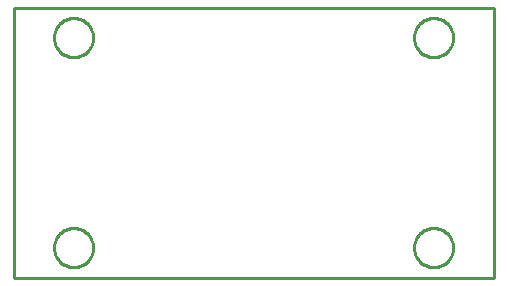
<source format=gbr>
G04 EAGLE Gerber RS-274X export*
G75*
%MOMM*%
%FSLAX34Y34*%
%LPD*%
%IN*%
%IPPOS*%
%AMOC8*
5,1,8,0,0,1.08239X$1,22.5*%
G01*
%ADD10C,0.254000*%


D10*
X0Y0D02*
X406400Y0D01*
X406400Y228600D01*
X0Y228600D01*
X0Y0D01*
X67310Y24860D02*
X67239Y23781D01*
X67098Y22709D01*
X66887Y21649D01*
X66608Y20605D01*
X66260Y19581D01*
X65846Y18583D01*
X65368Y17613D01*
X64828Y16677D01*
X64227Y15778D01*
X63569Y14921D01*
X62857Y14108D01*
X62092Y13344D01*
X61279Y12631D01*
X60422Y11973D01*
X59523Y11372D01*
X58587Y10832D01*
X57617Y10354D01*
X56619Y9940D01*
X55595Y9592D01*
X54551Y9313D01*
X53491Y9102D01*
X52419Y8961D01*
X51340Y8890D01*
X50260Y8890D01*
X49181Y8961D01*
X48109Y9102D01*
X47049Y9313D01*
X46005Y9592D01*
X44981Y9940D01*
X43983Y10354D01*
X43013Y10832D01*
X42077Y11372D01*
X41178Y11973D01*
X40321Y12631D01*
X39508Y13344D01*
X38744Y14108D01*
X38031Y14921D01*
X37373Y15778D01*
X36772Y16677D01*
X36232Y17613D01*
X35754Y18583D01*
X35340Y19581D01*
X34992Y20605D01*
X34713Y21649D01*
X34502Y22709D01*
X34361Y23781D01*
X34290Y24860D01*
X34290Y25940D01*
X34361Y27019D01*
X34502Y28091D01*
X34713Y29151D01*
X34992Y30195D01*
X35340Y31219D01*
X35754Y32217D01*
X36232Y33187D01*
X36772Y34123D01*
X37373Y35022D01*
X38031Y35879D01*
X38744Y36692D01*
X39508Y37457D01*
X40321Y38169D01*
X41178Y38827D01*
X42077Y39428D01*
X43013Y39968D01*
X43983Y40446D01*
X44981Y40860D01*
X46005Y41208D01*
X47049Y41487D01*
X48109Y41698D01*
X49181Y41839D01*
X50260Y41910D01*
X51340Y41910D01*
X52419Y41839D01*
X53491Y41698D01*
X54551Y41487D01*
X55595Y41208D01*
X56619Y40860D01*
X57617Y40446D01*
X58587Y39968D01*
X59523Y39428D01*
X60422Y38827D01*
X61279Y38169D01*
X62092Y37457D01*
X62857Y36692D01*
X63569Y35879D01*
X64227Y35022D01*
X64828Y34123D01*
X65368Y33187D01*
X65846Y32217D01*
X66260Y31219D01*
X66608Y30195D01*
X66887Y29151D01*
X67098Y28091D01*
X67239Y27019D01*
X67310Y25940D01*
X67310Y24860D01*
X67310Y202660D02*
X67239Y201581D01*
X67098Y200509D01*
X66887Y199449D01*
X66608Y198405D01*
X66260Y197381D01*
X65846Y196383D01*
X65368Y195413D01*
X64828Y194477D01*
X64227Y193578D01*
X63569Y192721D01*
X62857Y191908D01*
X62092Y191144D01*
X61279Y190431D01*
X60422Y189773D01*
X59523Y189172D01*
X58587Y188632D01*
X57617Y188154D01*
X56619Y187740D01*
X55595Y187392D01*
X54551Y187113D01*
X53491Y186902D01*
X52419Y186761D01*
X51340Y186690D01*
X50260Y186690D01*
X49181Y186761D01*
X48109Y186902D01*
X47049Y187113D01*
X46005Y187392D01*
X44981Y187740D01*
X43983Y188154D01*
X43013Y188632D01*
X42077Y189172D01*
X41178Y189773D01*
X40321Y190431D01*
X39508Y191144D01*
X38744Y191908D01*
X38031Y192721D01*
X37373Y193578D01*
X36772Y194477D01*
X36232Y195413D01*
X35754Y196383D01*
X35340Y197381D01*
X34992Y198405D01*
X34713Y199449D01*
X34502Y200509D01*
X34361Y201581D01*
X34290Y202660D01*
X34290Y203740D01*
X34361Y204819D01*
X34502Y205891D01*
X34713Y206951D01*
X34992Y207995D01*
X35340Y209019D01*
X35754Y210017D01*
X36232Y210987D01*
X36772Y211923D01*
X37373Y212822D01*
X38031Y213679D01*
X38744Y214492D01*
X39508Y215257D01*
X40321Y215969D01*
X41178Y216627D01*
X42077Y217228D01*
X43013Y217768D01*
X43983Y218246D01*
X44981Y218660D01*
X46005Y219008D01*
X47049Y219287D01*
X48109Y219498D01*
X49181Y219639D01*
X50260Y219710D01*
X51340Y219710D01*
X52419Y219639D01*
X53491Y219498D01*
X54551Y219287D01*
X55595Y219008D01*
X56619Y218660D01*
X57617Y218246D01*
X58587Y217768D01*
X59523Y217228D01*
X60422Y216627D01*
X61279Y215969D01*
X62092Y215257D01*
X62857Y214492D01*
X63569Y213679D01*
X64227Y212822D01*
X64828Y211923D01*
X65368Y210987D01*
X65846Y210017D01*
X66260Y209019D01*
X66608Y207995D01*
X66887Y206951D01*
X67098Y205891D01*
X67239Y204819D01*
X67310Y203740D01*
X67310Y202660D01*
X372110Y24860D02*
X372039Y23781D01*
X371898Y22709D01*
X371687Y21649D01*
X371408Y20605D01*
X371060Y19581D01*
X370646Y18583D01*
X370168Y17613D01*
X369628Y16677D01*
X369027Y15778D01*
X368369Y14921D01*
X367657Y14108D01*
X366892Y13344D01*
X366079Y12631D01*
X365222Y11973D01*
X364323Y11372D01*
X363387Y10832D01*
X362417Y10354D01*
X361419Y9940D01*
X360395Y9592D01*
X359351Y9313D01*
X358291Y9102D01*
X357219Y8961D01*
X356140Y8890D01*
X355060Y8890D01*
X353981Y8961D01*
X352909Y9102D01*
X351849Y9313D01*
X350805Y9592D01*
X349781Y9940D01*
X348783Y10354D01*
X347813Y10832D01*
X346877Y11372D01*
X345978Y11973D01*
X345121Y12631D01*
X344308Y13344D01*
X343544Y14108D01*
X342831Y14921D01*
X342173Y15778D01*
X341572Y16677D01*
X341032Y17613D01*
X340554Y18583D01*
X340140Y19581D01*
X339792Y20605D01*
X339513Y21649D01*
X339302Y22709D01*
X339161Y23781D01*
X339090Y24860D01*
X339090Y25940D01*
X339161Y27019D01*
X339302Y28091D01*
X339513Y29151D01*
X339792Y30195D01*
X340140Y31219D01*
X340554Y32217D01*
X341032Y33187D01*
X341572Y34123D01*
X342173Y35022D01*
X342831Y35879D01*
X343544Y36692D01*
X344308Y37457D01*
X345121Y38169D01*
X345978Y38827D01*
X346877Y39428D01*
X347813Y39968D01*
X348783Y40446D01*
X349781Y40860D01*
X350805Y41208D01*
X351849Y41487D01*
X352909Y41698D01*
X353981Y41839D01*
X355060Y41910D01*
X356140Y41910D01*
X357219Y41839D01*
X358291Y41698D01*
X359351Y41487D01*
X360395Y41208D01*
X361419Y40860D01*
X362417Y40446D01*
X363387Y39968D01*
X364323Y39428D01*
X365222Y38827D01*
X366079Y38169D01*
X366892Y37457D01*
X367657Y36692D01*
X368369Y35879D01*
X369027Y35022D01*
X369628Y34123D01*
X370168Y33187D01*
X370646Y32217D01*
X371060Y31219D01*
X371408Y30195D01*
X371687Y29151D01*
X371898Y28091D01*
X372039Y27019D01*
X372110Y25940D01*
X372110Y24860D01*
X372110Y202660D02*
X372039Y201581D01*
X371898Y200509D01*
X371687Y199449D01*
X371408Y198405D01*
X371060Y197381D01*
X370646Y196383D01*
X370168Y195413D01*
X369628Y194477D01*
X369027Y193578D01*
X368369Y192721D01*
X367657Y191908D01*
X366892Y191144D01*
X366079Y190431D01*
X365222Y189773D01*
X364323Y189172D01*
X363387Y188632D01*
X362417Y188154D01*
X361419Y187740D01*
X360395Y187392D01*
X359351Y187113D01*
X358291Y186902D01*
X357219Y186761D01*
X356140Y186690D01*
X355060Y186690D01*
X353981Y186761D01*
X352909Y186902D01*
X351849Y187113D01*
X350805Y187392D01*
X349781Y187740D01*
X348783Y188154D01*
X347813Y188632D01*
X346877Y189172D01*
X345978Y189773D01*
X345121Y190431D01*
X344308Y191144D01*
X343544Y191908D01*
X342831Y192721D01*
X342173Y193578D01*
X341572Y194477D01*
X341032Y195413D01*
X340554Y196383D01*
X340140Y197381D01*
X339792Y198405D01*
X339513Y199449D01*
X339302Y200509D01*
X339161Y201581D01*
X339090Y202660D01*
X339090Y203740D01*
X339161Y204819D01*
X339302Y205891D01*
X339513Y206951D01*
X339792Y207995D01*
X340140Y209019D01*
X340554Y210017D01*
X341032Y210987D01*
X341572Y211923D01*
X342173Y212822D01*
X342831Y213679D01*
X343544Y214492D01*
X344308Y215257D01*
X345121Y215969D01*
X345978Y216627D01*
X346877Y217228D01*
X347813Y217768D01*
X348783Y218246D01*
X349781Y218660D01*
X350805Y219008D01*
X351849Y219287D01*
X352909Y219498D01*
X353981Y219639D01*
X355060Y219710D01*
X356140Y219710D01*
X357219Y219639D01*
X358291Y219498D01*
X359351Y219287D01*
X360395Y219008D01*
X361419Y218660D01*
X362417Y218246D01*
X363387Y217768D01*
X364323Y217228D01*
X365222Y216627D01*
X366079Y215969D01*
X366892Y215257D01*
X367657Y214492D01*
X368369Y213679D01*
X369027Y212822D01*
X369628Y211923D01*
X370168Y210987D01*
X370646Y210017D01*
X371060Y209019D01*
X371408Y207995D01*
X371687Y206951D01*
X371898Y205891D01*
X372039Y204819D01*
X372110Y203740D01*
X372110Y202660D01*
M02*

</source>
